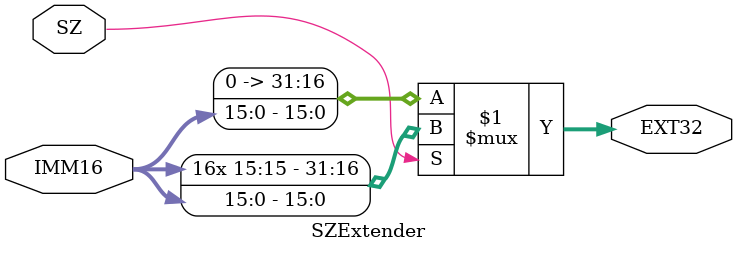
<source format=v>
`timescale 1ns / 1ps


module SZExtender(
    input [15:0] IMM16,
    input SZ,
    output [31:0] EXT32
    );
    assign EXT32 = (SZ)?{{16{IMM16[15]}},IMM16}:{{16{1'b0}},IMM16};
endmodule

</source>
